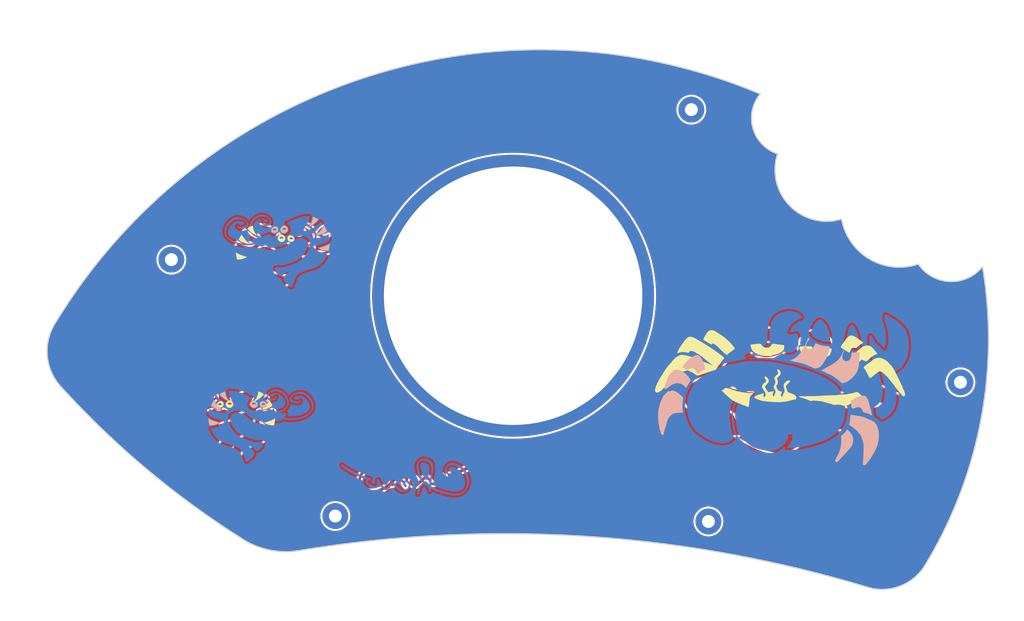
<source format=kicad_pcb>
(kicad_pcb (version 20240108) (generator "pcbnew") (generator_version "8.0")
  (layers (0 "F.Cu" signal) (31 "B.Cu" signal) (34 "B.Paste" user) (35 "F.Paste" user) (36 "B.SilkS" user "B.Silkscreen") (37 "F.SilkS" user "F.Silkscreen") (38 "B.Mask" user) (39 "F.Mask" user) (44 "Edge.Cuts" user))
  (net 0 "")
  (net 1 "gnd")
  (footprint "LOGO" (layer "F.Cu") (at 154.627062 109.785586 -5)
    (property "Reference" "G***" (hide yes))
    (property "Value" "LOGO" (hide yes))
  )
  (footprint "" (layer "F.Cu") (at 141.72 132.7)
    (property "Reference" "")
    (property "Value" "")
  )
  (footprint "" (layer "F.Cu") (at 50.27 88.11)
    (property "Reference" "")
    (property "Value" "")
  )
  (footprint "LOGO" (layer "F.Cu") (at 92.745105 124.832667 10)
    (property "Reference" "G***" (hide yes))
    (property "Value" "LOGO" (hide yes))
  )
  (footprint "" (layer "F.Cu") (at 138.81 62.57)
    (property "Reference" "")
    (property "Value" "")
  )
  (footprint "" (layer "F.Cu") (at 108.465045 94.259561)
    (property "Reference" "")
    (property "Value" "")
  )
  (footprint "" (layer "F.Cu") (at 184.64 109)
    (property "Reference" "")
    (property "Value" "")
  )
  (footprint "LOGO" (layer "F.Cu") (at 59 115 20)
    (property "Reference" "G***" (hide yes))
    (property "Value" "LOGO" (hide yes))
  )
  (footprint "LOGO" (layer "F.Cu") (at 69.5 86.5 -20)
    (property "Reference" "G***" (hide yes))
    (property "Value" "LOGO" (hide yes))
  )
  (footprint "" (layer "F.Cu") (at 78.188929 131.772173)
    (property "Reference" "")
    (property "Value" "")
  )
  (footprint "LOGO" (layer "B.Cu") (at 90.094263 124.499304 165)
    (property "Reference" "G***" (hide yes))
    (property "Value" "LOGO" (hide yes))
  )
  (footprint "LOGO" (layer "B.Cu") (at 69 85 -160)
    (property "Reference" "G***" (hide yes))
    (property "Value" "LOGO" (hide yes))
  )
  (footprint "LOGO" (layer "B.Cu") (at 65.5 115 160)
    (property "Reference" "G***" (hide yes))
    (property "Value" "LOGO" (hide yes))
  )
  (footprint "LOGO" (layer "B.Cu") (at 155.303961 109.438828 175)
    (property "Reference" "G***" (hide yes))
    (property "Value" "LOGO" (hide yes))
  )
  (gr_arc (start 31.54 109.82) (mid 29.139107 104.441157) (end 30.62 98.74) (stroke (width 0.2)) (layer "Edge.Cuts"))
  (gr_arc (start 164.4 81.2) (mid 155.585268 78.954106) (end 153.5 70.1) (stroke (width 0.2)) (layer "Edge.Cuts"))
  (gr_arc (start 188.4 89.3) (mid 188.097567 115.544927) (end 178.67 140.04) (stroke (width 0.2)) (layer "Edge.Cuts"))
  (gr_arc (start 178.67 140.04) (mid 174.418328 143.675159) (end 168.828863 143.896452) (stroke (width 0.2)) (layer "Edge.Cuts"))
  (gr_arc (start 177.46 88.86) (mid 169.172585 88.026325) (end 164.4 81.2) (stroke (width 0.2)) (layer "Edge.Cuts"))
  (gr_arc (start 63.05 136.1) (mid 46.384788 124.051354) (end 31.54 109.82) (stroke (width 0.2)) (layer "Edge.Cuts"))
  (gr_arc (start 72.33 137.61) (mid 120.93861 135.239735) (end 168.828863 143.896452) (stroke (width 0.2)) (layer "Edge.Cuts"))
  (gr_arc (start 30.62 98.74) (mid 83.375574 57.058765) (end 150.55 59.9) (stroke (width 0.2)) (layer "Edge.Cuts"))
  (gr_arc (start 72.33 137.61) (mid 67.557893 137.66689) (end 63.05 136.1) (stroke (width 0.2)) (layer "Edge.Cuts"))
  (gr_arc (start 188.4 89.3) (mid 182.818971 91.840574) (end 177.46 88.86) (stroke (width 0.2)) (layer "Edge.Cuts"))
  (gr_arc (start 153.5 70.1) (mid 149.318606 65.782731) (end 150.55 59.9) (stroke (width 0.2)) (layer "Edge.Cuts"))
  (zone (net 1) (net_name "gnd") (layers "F&B.Cu") (connect_pads (clearance 0.35)) (min_thickness 0.127) (fill yes (thermal_gap 0.2) (thermal_bridge_width 0.2) (island_removal_mode 2) (island_area_min 20))
    (polygon (pts (xy 195.47 149.63) (xy 21.09 149.63) (xy 21.09 43.9) (xy 195.47 43.9)))
  )
)
</source>
